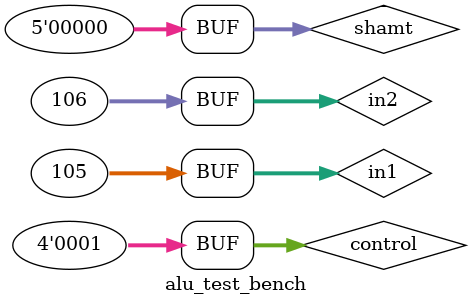
<source format=v>
`timescale 1ns / 1ps


module alu_test_bench;

	// Inputs
	reg [31:0] in1;
	reg [31:0] in2;
	reg [4:0] shamt;
	reg [3:0] control;

	// Outputs
	wire [31:0] out;
	wire [2:0] flag;

	// Instantiate the Unit Under Test (UUT)
	alu uut (
		.in1(in1), 
		.in2(in2), 
		.shamt(shamt), 
		.control(control), 
		.out(out), 
		.flag(flag)
	);

	initial begin
	   $monitor ("in1 = %d, in2 = %d, out = %d, carry = %b, zero = %b, negative = %b, control = %b", in1, in2, out, flag[2], flag[0], flag[1], control);
		// Initialize Inputs
		in1 = 0;
		in2 = 0;
		shamt = 0;
		control = 0;

		// Wait 100 ns for global reset to finish
		#100;
        
		// Add stimulus here
		in1 = 32'd105;
		in2 = 32'd106;
		control = 4'b0001;
		#10;
		// Add stimulus here
      in1 = 32'd105;
		in2 = 32'd106;
		control = 4'b0001;
		#10;
		in1 = 32'd105;
		in2 = 32'd106;
		control = 4'b0001;
		#10;
		in1 = 32'd105;
		in2 = 32'd106;
		control = 4'b0001;
		#10;
		in1 = 32'd105;
		in2 = 32'd106;
		control = 4'b0001;
		#10;
	end
      
endmodule


</source>
